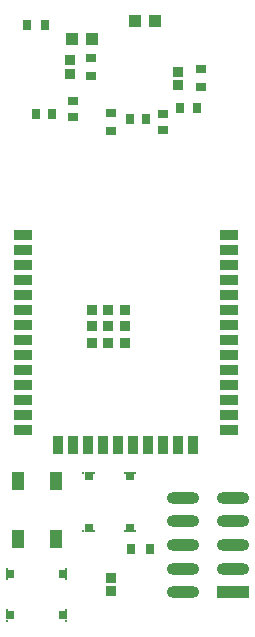
<source format=gbr>
G04*
G04 #@! TF.GenerationSoftware,Altium Limited,Altium Designer,24.9.1 (31)*
G04*
G04 Layer_Color=8421504*
%FSLAX25Y25*%
%MOIN*%
G70*
G04*
G04 #@! TF.SameCoordinates,F3BC3392-02DA-4331-AFF2-193CA699B933*
G04*
G04*
G04 #@! TF.FilePolarity,Positive*
G04*
G01*
G75*
%ADD14R,0.10827X0.03937*%
%ADD15O,0.10827X0.03937*%
%ADD16R,0.03110X0.03661*%
%ADD17R,0.00787X0.00787*%
%ADD18R,0.02756X0.02756*%
%ADD19R,0.03543X0.03543*%
%ADD20R,0.05906X0.03543*%
%ADD21R,0.03543X0.05906*%
%ADD22R,0.03150X0.03543*%
%ADD23R,0.03543X0.03150*%
%ADD24R,0.04331X0.03937*%
%ADD25R,0.03347X0.03347*%
%ADD26R,0.02593X0.03197*%
%ADD27R,0.03197X0.02593*%
%ADD28R,0.02756X0.03543*%
%ADD29R,0.03543X0.02756*%
%ADD30R,0.03937X0.05906*%
%ADD31R,0.02756X0.02756*%
%ADD32R,0.00787X0.00787*%
D14*
X181772Y116000D02*
D03*
D15*
Y123874D02*
D03*
Y131748D02*
D03*
Y139622D02*
D03*
Y147496D02*
D03*
X165000Y116000D02*
D03*
Y123874D02*
D03*
Y131748D02*
D03*
Y139622D02*
D03*
Y147496D02*
D03*
D16*
X154228Y130500D02*
D03*
X147772D02*
D03*
D17*
X149161Y155744D02*
D03*
X145618D02*
D03*
X149161Y136256D02*
D03*
X145618D02*
D03*
X135382Y155744D02*
D03*
X131839D02*
D03*
X135382Y136256D02*
D03*
X131839D02*
D03*
D18*
X147390Y154760D02*
D03*
Y137240D02*
D03*
X133610Y154760D02*
D03*
Y137240D02*
D03*
D19*
X145657Y199094D02*
D03*
X140146D02*
D03*
X134634D02*
D03*
X145657Y204606D02*
D03*
X140146D02*
D03*
X134634D02*
D03*
X145657Y210118D02*
D03*
X140146D02*
D03*
X134634D02*
D03*
D20*
X180500Y235000D02*
D03*
Y230000D02*
D03*
Y225000D02*
D03*
Y220000D02*
D03*
Y215000D02*
D03*
Y210000D02*
D03*
Y205000D02*
D03*
Y200000D02*
D03*
Y195000D02*
D03*
Y190000D02*
D03*
Y185000D02*
D03*
Y180000D02*
D03*
Y175000D02*
D03*
Y170000D02*
D03*
X111602D02*
D03*
Y175000D02*
D03*
Y180000D02*
D03*
Y185000D02*
D03*
Y190000D02*
D03*
Y195000D02*
D03*
Y200000D02*
D03*
Y205000D02*
D03*
Y210000D02*
D03*
Y215000D02*
D03*
Y220000D02*
D03*
Y225000D02*
D03*
Y230000D02*
D03*
Y235000D02*
D03*
D21*
X168551Y165079D02*
D03*
X163551D02*
D03*
X158551D02*
D03*
X153551D02*
D03*
X148551D02*
D03*
X143551D02*
D03*
X138551D02*
D03*
X133551D02*
D03*
X128551D02*
D03*
X123551D02*
D03*
D22*
X113047Y305000D02*
D03*
X118953D02*
D03*
D23*
X134500Y288047D02*
D03*
Y293953D02*
D03*
X170929Y284319D02*
D03*
Y290224D02*
D03*
X140929Y269819D02*
D03*
Y275724D02*
D03*
D24*
X134846Y300500D02*
D03*
X128154D02*
D03*
X149153Y306500D02*
D03*
X155847D02*
D03*
D25*
X127500Y293264D02*
D03*
Y288736D02*
D03*
X163429Y289535D02*
D03*
Y285008D02*
D03*
X141000Y116236D02*
D03*
Y120764D02*
D03*
D26*
X121500Y275500D02*
D03*
X116172D02*
D03*
X152593Y273772D02*
D03*
X147265D02*
D03*
D27*
X128500Y274336D02*
D03*
Y279664D02*
D03*
D28*
X164173Y277272D02*
D03*
X169685D02*
D03*
D29*
X158429Y275528D02*
D03*
Y270016D02*
D03*
D30*
X122799Y153146D02*
D03*
X110201D02*
D03*
Y133854D02*
D03*
X122799D02*
D03*
D31*
X107496Y122051D02*
D03*
X125016D02*
D03*
X107496Y108272D02*
D03*
X125016D02*
D03*
D32*
X106512Y123823D02*
D03*
Y120280D02*
D03*
X126000Y123823D02*
D03*
Y120280D02*
D03*
X106512Y110043D02*
D03*
Y106500D02*
D03*
X126000Y110043D02*
D03*
Y106500D02*
D03*
M02*

</source>
